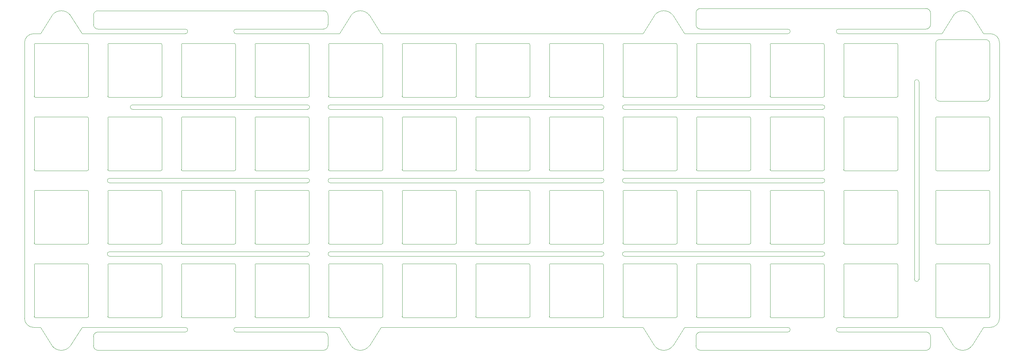
<source format=gbr>
G04 #@! TF.GenerationSoftware,KiCad,Pcbnew,(6.0.5-0)*
G04 #@! TF.CreationDate,2022-06-20T08:48:48-05:00*
G04 #@! TF.ProjectId,plate,706c6174-652e-46b6-9963-61645f706362,rev?*
G04 #@! TF.SameCoordinates,Original*
G04 #@! TF.FileFunction,Profile,NP*
%FSLAX46Y46*%
G04 Gerber Fmt 4.6, Leading zero omitted, Abs format (unit mm)*
G04 Created by KiCad (PCBNEW (6.0.5-0)) date 2022-06-20 08:48:48*
%MOMM*%
%LPD*%
G01*
G04 APERTURE LIST*
G04 #@! TA.AperFunction,Profile*
%ADD10C,0.050000*%
G04 #@! TD*
G04 #@! TA.AperFunction,Profile*
%ADD11C,0.100000*%
G04 #@! TD*
G04 APERTURE END LIST*
D10*
X396479634Y-116681394D02*
G75*
G03*
X398860894Y-114300144I-34J2381294D01*
G01*
X396479634Y-116681404D02*
X394693747Y-116681516D01*
X398860844Y-42862716D02*
G75*
G03*
X396479634Y-40481456I-2381244J16D01*
G01*
X396479634Y-40481456D02*
X394693747Y-40481452D01*
X306587423Y-40481452D02*
X238721741Y-40481452D01*
X150615417Y-40481452D02*
X148829842Y-40481468D01*
X148829842Y-116681404D02*
X150615417Y-116681404D01*
X238721741Y-116681535D02*
X306587423Y-116681516D01*
X146448582Y-42862728D02*
X146448582Y-114300156D01*
X148829842Y-40481482D02*
G75*
G03*
X146448582Y-42862728I-42J-2381218D01*
G01*
X357187739Y-116681348D02*
X383978113Y-116681516D01*
X230981444Y-121443852D02*
G75*
G03*
X235743948Y-121443852I2381252J1785939D01*
G01*
X320278343Y-38100031D02*
G75*
G03*
X321469021Y-39290657I1190657J31D01*
G01*
X353020609Y-58935987D02*
X301823713Y-58935987D01*
X379809693Y-122634519D02*
G75*
G03*
X381000319Y-121443851I7J1190619D01*
G01*
X320278423Y-121443851D02*
G75*
G03*
X321469021Y-122634477I1190577J-49D01*
G01*
X164306423Y-121443851D02*
G75*
G03*
X165497015Y-122634477I1190577J-49D01*
G01*
X357187739Y-116681426D02*
G75*
G03*
X357187739Y-117871974I161J-595274D01*
G01*
X158353258Y-35718780D02*
X161331051Y-40481452D01*
X376833129Y-104179775D02*
G75*
G03*
X378023755Y-104179775I595313J0D01*
G01*
X357187739Y-117871974D02*
X379809693Y-117871975D01*
X219670497Y-60126613D02*
G75*
G03*
X219670497Y-58935987I3J595313D01*
G01*
X225623658Y-97035955D02*
G75*
G03*
X225623658Y-98226645I-58J-595345D01*
G01*
X223837687Y-39290613D02*
G75*
G03*
X225028313Y-38100031I13J1190613D01*
G01*
X230981444Y-121443852D02*
X228006107Y-116681535D01*
X386953450Y-121443852D02*
G75*
G03*
X391715954Y-121443852I2381252J1785939D01*
G01*
X228006107Y-40481452D02*
X201215873Y-40481291D01*
X383978113Y-40481452D02*
X357187800Y-40481284D01*
X146448584Y-114300156D02*
G75*
G03*
X148829842Y-116681416I2381216J-44D01*
G01*
X357187800Y-39290658D02*
X379809693Y-39290657D01*
X295870531Y-79176645D02*
X225623658Y-79176645D01*
X321469021Y-117871995D02*
G75*
G03*
X320278395Y-119062601I-21J-1190605D01*
G01*
X353020657Y-77986003D02*
X301823713Y-77986019D01*
X344090841Y-39290680D02*
X321469021Y-39290657D01*
X168473579Y-97035955D02*
G75*
G03*
X168473579Y-98226645I21J-595345D01*
G01*
X219670497Y-58935987D02*
X174426709Y-58935987D01*
X353020657Y-79176597D02*
G75*
G03*
X353020657Y-77986003I-57J595297D01*
G01*
X314325264Y-35718780D02*
G75*
G03*
X309562760Y-35718780I-2381252J-1785939D01*
G01*
X391715954Y-35718780D02*
X394693747Y-40481452D01*
X161331051Y-116681404D02*
X188118908Y-116681397D01*
X225028345Y-35718781D02*
G75*
G03*
X223837687Y-34528155I-1190645J-19D01*
G01*
X301823713Y-97036123D02*
G75*
G03*
X301823713Y-98226677I-13J-595277D01*
G01*
X309562760Y-35718780D02*
X306587423Y-40481452D01*
X295870531Y-60126613D02*
G75*
G03*
X295870531Y-58935987I69J595313D01*
G01*
X168473579Y-98226645D02*
X219670476Y-98226677D01*
X378023755Y-52982857D02*
G75*
G03*
X376833129Y-52982857I-595313J0D01*
G01*
X201215915Y-116681138D02*
G75*
G03*
X201215915Y-117871862I-115J-595362D01*
G01*
X344090811Y-117872052D02*
G75*
G03*
X344090811Y-116681348I89J595352D01*
G01*
X309562760Y-121443852D02*
G75*
G03*
X314325264Y-121443852I2381252J1785939D01*
G01*
X174426709Y-60126613D02*
X219670497Y-60126613D01*
X188118908Y-117872003D02*
G75*
G03*
X188118908Y-116681397I-8J595303D01*
G01*
X235743948Y-35718780D02*
G75*
G03*
X230981444Y-35718780I-2381252J-1785939D01*
G01*
X188118945Y-40481620D02*
X161331051Y-40481452D01*
X378023755Y-104179775D02*
X378023755Y-52982857D01*
X225028313Y-35718781D02*
X225028313Y-38100031D01*
X153590754Y-121443852D02*
G75*
G03*
X158353258Y-121443852I2381252J1785939D01*
G01*
X301823713Y-60126613D02*
X353020609Y-60126613D01*
X344090841Y-40481320D02*
G75*
G03*
X344090841Y-39290680I59J595320D01*
G01*
X317303057Y-116681516D02*
X344090811Y-116681348D01*
X230981444Y-35718780D02*
X228006107Y-40481452D01*
X301823713Y-79176645D02*
X353020657Y-79176629D01*
X398860894Y-114300144D02*
X398860894Y-42862716D01*
X314325264Y-35718780D02*
X317303057Y-40481452D01*
X168473619Y-77985971D02*
G75*
G03*
X168473619Y-79176629I-19J-595329D01*
G01*
X219670476Y-77986019D02*
X168473619Y-77986003D01*
X301823713Y-98226677D02*
X353020609Y-98226645D01*
X381000320Y-121443852D02*
X381003280Y-119062600D01*
X201215915Y-117871862D02*
X223837687Y-117871975D01*
X225028325Y-119062601D02*
G75*
G03*
X223837687Y-117871975I-1190625J1D01*
G01*
X158353258Y-35718780D02*
G75*
G03*
X153590754Y-35718780I-2381252J-1785939D01*
G01*
X158353258Y-121443852D02*
X161331051Y-116681404D01*
X357187800Y-39290687D02*
G75*
G03*
X356592487Y-39885971I0J-595313D01*
G01*
X165497015Y-34528155D02*
X223837687Y-34528155D01*
X301823713Y-58935987D02*
G75*
G03*
X301823713Y-60126613I-13J-595313D01*
G01*
X225623658Y-77985955D02*
G75*
G03*
X225623658Y-79176645I-58J-595345D01*
G01*
X201215873Y-39290665D02*
X223837687Y-39290657D01*
X321469021Y-33932841D02*
X379809694Y-33932840D01*
X219670476Y-79176581D02*
G75*
G03*
X219670476Y-77986019I24J595281D01*
G01*
X164306389Y-35718781D02*
X164306389Y-38100031D01*
X295870531Y-98226749D02*
G75*
G03*
X295870531Y-97036051I-31J595349D01*
G01*
X309562760Y-121443852D02*
X306587423Y-116681516D01*
X295870531Y-98226677D02*
X225623658Y-98226645D01*
X219670476Y-97036051D02*
X168473579Y-97036019D01*
X386953450Y-121443852D02*
X383978113Y-116681516D01*
X381000320Y-35123467D02*
X381000318Y-38100031D01*
X320278395Y-119062601D02*
X320278395Y-121443851D01*
X391715954Y-35718780D02*
G75*
G03*
X386953450Y-35718780I-2381252J-1785939D01*
G01*
X353020618Y-98226581D02*
G75*
G03*
X353020618Y-97036019I-18J595281D01*
G01*
X295870531Y-97036051D02*
X225623658Y-97036019D01*
X153590754Y-121443852D02*
X150615417Y-116681404D01*
X353020609Y-60126613D02*
G75*
G03*
X353020609Y-58935987I-9J595313D01*
G01*
X235743948Y-121443852D02*
X238721741Y-116681535D01*
X353020609Y-97036019D02*
X301823713Y-97036051D01*
X301823713Y-77985955D02*
G75*
G03*
X301823713Y-79176645I-13J-595345D01*
G01*
X376833129Y-52982857D02*
X376833129Y-104179775D01*
X164306343Y-38100031D02*
G75*
G03*
X165497015Y-39290657I1190657J31D01*
G01*
X188118945Y-39290994D02*
X165497015Y-39290657D01*
X174426709Y-58935987D02*
G75*
G03*
X174426709Y-60126613I-9J-595313D01*
G01*
X321469021Y-33932895D02*
G75*
G03*
X320278395Y-35123467I-21J-1190605D01*
G01*
X295870531Y-60126613D02*
X225623658Y-60126613D01*
X188118945Y-40481606D02*
G75*
G03*
X188118945Y-39290994I-45J595306D01*
G01*
X391715954Y-121443852D02*
X394693747Y-116681516D01*
X165497015Y-34528189D02*
G75*
G03*
X164306389Y-35718781I-15J-1190611D01*
G01*
X381000359Y-35123467D02*
G75*
G03*
X379809694Y-33932841I-1190659J-33D01*
G01*
X225028313Y-121443851D02*
X225028313Y-119062601D01*
X295870531Y-79176581D02*
G75*
G03*
X295870531Y-77986019I-31J595281D01*
G01*
X386953450Y-35718780D02*
X383978113Y-40481452D01*
X165497015Y-117871989D02*
G75*
G03*
X164306389Y-119062601I-15J-1190611D01*
G01*
X225623658Y-58935987D02*
G75*
G03*
X225623658Y-60126613I-58J-595313D01*
G01*
X344090811Y-117871974D02*
X321469021Y-117871975D01*
X223837687Y-122634513D02*
G75*
G03*
X225028313Y-121443851I13J1190613D01*
G01*
X344090841Y-40481306D02*
X317303057Y-40481452D01*
X201215873Y-39290709D02*
G75*
G03*
X201215873Y-40481291I-73J-595291D01*
G01*
X165497015Y-122634477D02*
X223837687Y-122634477D01*
X295870531Y-58935987D02*
X225623658Y-58935987D01*
X320278395Y-35123467D02*
X320278395Y-38100031D01*
X153590754Y-35718780D02*
X150615417Y-40481452D01*
X295870531Y-77986019D02*
X225623658Y-77986019D01*
X381000325Y-119062601D02*
G75*
G03*
X379809693Y-117871975I-1190625J1D01*
G01*
X379809692Y-39290618D02*
G75*
G03*
X381000318Y-38100031I8J1190618D01*
G01*
X164306389Y-119062601D02*
X164306389Y-121443851D01*
X314325264Y-121443852D02*
X317303057Y-116681516D01*
X219670476Y-98226749D02*
G75*
G03*
X219670476Y-97036051I24J595349D01*
G01*
X188118908Y-117872023D02*
X165497015Y-117871975D01*
X201215915Y-116681236D02*
X228006107Y-116681404D01*
X168473619Y-79176629D02*
X219670476Y-79176645D01*
X356592516Y-39885971D02*
G75*
G03*
X357187800Y-40481284I595284J-29D01*
G01*
X379809693Y-122634477D02*
X321469021Y-122634477D01*
X235743948Y-35718780D02*
X238721741Y-40481452D01*
D11*
X382336010Y-57006460D02*
X382336010Y-43006460D01*
X396336009Y-56531460D02*
X396336009Y-56531460D01*
X383336010Y-58006460D02*
X395336010Y-58006460D01*
X396336010Y-57006460D02*
X396336010Y-43006460D01*
X395336010Y-42006460D02*
X383336010Y-42006460D01*
X395336010Y-58006460D02*
G75*
G03*
X396336010Y-57006460I1J999999D01*
G01*
X396336010Y-43006460D02*
G75*
G03*
X395336010Y-42006460I-999999J1D01*
G01*
X383336010Y-42006460D02*
G75*
G03*
X382336010Y-43006460I0J-1000000D01*
G01*
X382336010Y-57006460D02*
G75*
G03*
X383336010Y-58006460I1000000J0D01*
G01*
X396036010Y-114156700D02*
X382636010Y-114156700D01*
X396036010Y-100156700D02*
X382636010Y-100156700D01*
X382336010Y-113856700D02*
X382336010Y-100456700D01*
X396336010Y-113856700D02*
X396336010Y-100456700D01*
X396036010Y-114156700D02*
G75*
G03*
X396336010Y-113856700I0J300000D01*
G01*
X396336010Y-100456700D02*
G75*
G03*
X396036010Y-100156700I-300000J0D01*
G01*
X382636010Y-100156700D02*
G75*
G03*
X382336010Y-100456700I0J-300000D01*
G01*
X382336010Y-113856700D02*
G75*
G03*
X382636010Y-114156700I300000J0D01*
G01*
X396035890Y-95106428D02*
X382635890Y-95106428D01*
X396035890Y-81106428D02*
X382635890Y-81106428D01*
X382335890Y-94806428D02*
X382335890Y-81406428D01*
X396335890Y-94806428D02*
X396335890Y-81406428D01*
X396035890Y-95106428D02*
G75*
G03*
X396335890Y-94806428I0J300000D01*
G01*
X396335890Y-81406428D02*
G75*
G03*
X396035890Y-81106428I-300000J0D01*
G01*
X382635890Y-81106428D02*
G75*
G03*
X382335890Y-81406428I0J-300000D01*
G01*
X382335890Y-94806428D02*
G75*
G03*
X382635890Y-95106428I300000J0D01*
G01*
X396035890Y-76056444D02*
X382635890Y-76056444D01*
X396035890Y-62056444D02*
X382635890Y-62056444D01*
X382335890Y-75756444D02*
X382335890Y-62356444D01*
X396335890Y-75756444D02*
X396335890Y-62356444D01*
X396035890Y-76056444D02*
G75*
G03*
X396335890Y-75756444I0J300000D01*
G01*
X396335890Y-62356444D02*
G75*
G03*
X396035890Y-62056444I-300000J0D01*
G01*
X382635890Y-62056444D02*
G75*
G03*
X382335890Y-62356444I0J-300000D01*
G01*
X382335890Y-75756444D02*
G75*
G03*
X382635890Y-76056444I300000J0D01*
G01*
X372223410Y-114156700D02*
X358823410Y-114156700D01*
X372223410Y-100156700D02*
X358823410Y-100156700D01*
X358523410Y-113856700D02*
X358523410Y-100456700D01*
X372523410Y-113856700D02*
X372523410Y-100456700D01*
X372223410Y-114156700D02*
G75*
G03*
X372523410Y-113856700I0J300000D01*
G01*
X372523410Y-100456700D02*
G75*
G03*
X372223410Y-100156700I-300000J0D01*
G01*
X358823410Y-100156700D02*
G75*
G03*
X358523410Y-100456700I0J-300000D01*
G01*
X358523410Y-113856700D02*
G75*
G03*
X358823410Y-114156700I300000J0D01*
G01*
X353173330Y-114160000D02*
X339773330Y-114160000D01*
X353173330Y-100160000D02*
X339773330Y-100160000D01*
X339473330Y-113860000D02*
X339473330Y-100460000D01*
X353473330Y-113860000D02*
X353473330Y-100460000D01*
X353173330Y-114160000D02*
G75*
G03*
X353473330Y-113860000I0J300000D01*
G01*
X353473330Y-100460000D02*
G75*
G03*
X353173330Y-100160000I-300000J0D01*
G01*
X339773330Y-100160000D02*
G75*
G03*
X339473330Y-100460000I0J-300000D01*
G01*
X339473330Y-113860000D02*
G75*
G03*
X339773330Y-114160000I300000J0D01*
G01*
X334123250Y-114156700D02*
X320723250Y-114156700D01*
X334123250Y-100156700D02*
X320723250Y-100156700D01*
X320423250Y-113856700D02*
X320423250Y-100456700D01*
X334423250Y-113856700D02*
X334423250Y-100456700D01*
X334123250Y-114156700D02*
G75*
G03*
X334423250Y-113856700I0J300000D01*
G01*
X334423250Y-100456700D02*
G75*
G03*
X334123250Y-100156700I-300000J0D01*
G01*
X320723250Y-100156700D02*
G75*
G03*
X320423250Y-100456700I0J-300000D01*
G01*
X320423250Y-113856700D02*
G75*
G03*
X320723250Y-114156700I300000J0D01*
G01*
X315073170Y-114156700D02*
X301673170Y-114156700D01*
X315073170Y-100156700D02*
X301673170Y-100156700D01*
X301373170Y-113856700D02*
X301373170Y-100456700D01*
X315373170Y-113856700D02*
X315373170Y-100456700D01*
X315073170Y-114156700D02*
G75*
G03*
X315373170Y-113856700I0J300000D01*
G01*
X315373170Y-100456700D02*
G75*
G03*
X315073170Y-100156700I-300000J0D01*
G01*
X301673170Y-100156700D02*
G75*
G03*
X301373170Y-100456700I0J-300000D01*
G01*
X301373170Y-113856700D02*
G75*
G03*
X301673170Y-114156700I300000J0D01*
G01*
X296023090Y-114156700D02*
X282623090Y-114156700D01*
X296023090Y-100156700D02*
X282623090Y-100156700D01*
X282323090Y-113856700D02*
X282323090Y-100456700D01*
X296323090Y-113856700D02*
X296323090Y-100456700D01*
X296023090Y-114156700D02*
G75*
G03*
X296323090Y-113856700I0J300000D01*
G01*
X296323090Y-100456700D02*
G75*
G03*
X296023090Y-100156700I-300000J0D01*
G01*
X282623090Y-100156700D02*
G75*
G03*
X282323090Y-100456700I0J-300000D01*
G01*
X282323090Y-113856700D02*
G75*
G03*
X282623090Y-114156700I300000J0D01*
G01*
X276973010Y-114156700D02*
X263573010Y-114156700D01*
X276973010Y-100156700D02*
X263573010Y-100156700D01*
X263273010Y-113856700D02*
X263273010Y-100456700D01*
X277273010Y-113856700D02*
X277273010Y-100456700D01*
X276973010Y-114156700D02*
G75*
G03*
X277273010Y-113856700I0J300000D01*
G01*
X277273010Y-100456700D02*
G75*
G03*
X276973010Y-100156700I-300000J0D01*
G01*
X263573010Y-100156700D02*
G75*
G03*
X263273010Y-100456700I0J-300000D01*
G01*
X263273010Y-113856700D02*
G75*
G03*
X263573010Y-114156700I300000J0D01*
G01*
X257922930Y-114156700D02*
X244522930Y-114156700D01*
X257922930Y-100156700D02*
X244522930Y-100156700D01*
X244222930Y-113856700D02*
X244222930Y-100456700D01*
X258222930Y-113856700D02*
X258222930Y-100456700D01*
X257922930Y-114156700D02*
G75*
G03*
X258222930Y-113856700I0J300000D01*
G01*
X258222930Y-100456700D02*
G75*
G03*
X257922930Y-100156700I-300000J0D01*
G01*
X244522930Y-100156700D02*
G75*
G03*
X244222930Y-100456700I0J-300000D01*
G01*
X244222930Y-113856700D02*
G75*
G03*
X244522930Y-114156700I300000J0D01*
G01*
X238872850Y-114156700D02*
X225472850Y-114156700D01*
X238872850Y-100156700D02*
X225472850Y-100156700D01*
X225172850Y-113856700D02*
X225172850Y-100456700D01*
X239172850Y-113856700D02*
X239172850Y-100456700D01*
X238872850Y-114156700D02*
G75*
G03*
X239172850Y-113856700I0J300000D01*
G01*
X239172850Y-100456700D02*
G75*
G03*
X238872850Y-100156700I-300000J0D01*
G01*
X225472850Y-100156700D02*
G75*
G03*
X225172850Y-100456700I0J-300000D01*
G01*
X225172850Y-113856700D02*
G75*
G03*
X225472850Y-114156700I300000J0D01*
G01*
X219822770Y-114156700D02*
X206422770Y-114156700D01*
X219822770Y-100156700D02*
X206422770Y-100156700D01*
X206122770Y-113856700D02*
X206122770Y-100456700D01*
X220122770Y-113856700D02*
X220122770Y-100456700D01*
X219822770Y-114156700D02*
G75*
G03*
X220122770Y-113856700I0J300000D01*
G01*
X220122770Y-100456700D02*
G75*
G03*
X219822770Y-100156700I-300000J0D01*
G01*
X206422770Y-100156700D02*
G75*
G03*
X206122770Y-100456700I0J-300000D01*
G01*
X206122770Y-113856700D02*
G75*
G03*
X206422770Y-114156700I300000J0D01*
G01*
X200772690Y-114156700D02*
X187372690Y-114156700D01*
X200772690Y-100156700D02*
X187372690Y-100156700D01*
X187072690Y-113856700D02*
X187072690Y-100456700D01*
X201072690Y-113856700D02*
X201072690Y-100456700D01*
X200772690Y-114156700D02*
G75*
G03*
X201072690Y-113856700I0J300000D01*
G01*
X201072690Y-100456700D02*
G75*
G03*
X200772690Y-100156700I-300000J0D01*
G01*
X187372690Y-100156700D02*
G75*
G03*
X187072690Y-100456700I0J-300000D01*
G01*
X187072690Y-113856700D02*
G75*
G03*
X187372690Y-114156700I300000J0D01*
G01*
X181722610Y-114156700D02*
X168322610Y-114156700D01*
X181722610Y-100156700D02*
X168322610Y-100156700D01*
X168022610Y-113856700D02*
X168022610Y-100456700D01*
X182022610Y-113856700D02*
X182022610Y-100456700D01*
X181722610Y-114156700D02*
G75*
G03*
X182022610Y-113856700I0J300000D01*
G01*
X182022610Y-100456700D02*
G75*
G03*
X181722610Y-100156700I-300000J0D01*
G01*
X168322610Y-100156700D02*
G75*
G03*
X168022610Y-100456700I0J-300000D01*
G01*
X168022610Y-113856700D02*
G75*
G03*
X168322610Y-114156700I300000J0D01*
G01*
X162672530Y-114156700D02*
X149272530Y-114156700D01*
X162672530Y-100156700D02*
X149272530Y-100156700D01*
X148972530Y-113856700D02*
X148972530Y-100456700D01*
X162972530Y-113856700D02*
X162972530Y-100456700D01*
X162672530Y-114156700D02*
G75*
G03*
X162972530Y-113856700I0J300000D01*
G01*
X162972530Y-100456700D02*
G75*
G03*
X162672530Y-100156700I-300000J0D01*
G01*
X149272530Y-100156700D02*
G75*
G03*
X148972530Y-100456700I0J-300000D01*
G01*
X148972530Y-113856700D02*
G75*
G03*
X149272530Y-114156700I300000J0D01*
G01*
X372223410Y-95106620D02*
X358823410Y-95106620D01*
X372223410Y-81106620D02*
X358823410Y-81106620D01*
X358523410Y-94806620D02*
X358523410Y-81406620D01*
X372523410Y-94806620D02*
X372523410Y-81406620D01*
X372223410Y-95106620D02*
G75*
G03*
X372523410Y-94806620I0J300000D01*
G01*
X372523410Y-81406620D02*
G75*
G03*
X372223410Y-81106620I-300000J0D01*
G01*
X358823410Y-81106620D02*
G75*
G03*
X358523410Y-81406620I0J-300000D01*
G01*
X358523410Y-94806620D02*
G75*
G03*
X358823410Y-95106620I300000J0D01*
G01*
X353173330Y-95106620D02*
X339773330Y-95106620D01*
X353173330Y-81106620D02*
X339773330Y-81106620D01*
X339473330Y-94806620D02*
X339473330Y-81406620D01*
X353473330Y-94806620D02*
X353473330Y-81406620D01*
X353173330Y-95106620D02*
G75*
G03*
X353473330Y-94806620I0J300000D01*
G01*
X353473330Y-81406620D02*
G75*
G03*
X353173330Y-81106620I-300000J0D01*
G01*
X339773330Y-81106620D02*
G75*
G03*
X339473330Y-81406620I0J-300000D01*
G01*
X339473330Y-94806620D02*
G75*
G03*
X339773330Y-95106620I300000J0D01*
G01*
X334123250Y-95106620D02*
X320723250Y-95106620D01*
X334123250Y-81106620D02*
X320723250Y-81106620D01*
X320423250Y-94806620D02*
X320423250Y-81406620D01*
X334423250Y-94806620D02*
X334423250Y-81406620D01*
X334123250Y-95106620D02*
G75*
G03*
X334423250Y-94806620I0J300000D01*
G01*
X334423250Y-81406620D02*
G75*
G03*
X334123250Y-81106620I-300000J0D01*
G01*
X320723250Y-81106620D02*
G75*
G03*
X320423250Y-81406620I0J-300000D01*
G01*
X320423250Y-94806620D02*
G75*
G03*
X320723250Y-95106620I300000J0D01*
G01*
X315073170Y-95106620D02*
X301673170Y-95106620D01*
X315073170Y-81106620D02*
X301673170Y-81106620D01*
X301373170Y-94806620D02*
X301373170Y-81406620D01*
X315373170Y-94806620D02*
X315373170Y-81406620D01*
X315073170Y-95106620D02*
G75*
G03*
X315373170Y-94806620I0J300000D01*
G01*
X315373170Y-81406620D02*
G75*
G03*
X315073170Y-81106620I-300000J0D01*
G01*
X301673170Y-81106620D02*
G75*
G03*
X301373170Y-81406620I0J-300000D01*
G01*
X301373170Y-94806620D02*
G75*
G03*
X301673170Y-95106620I300000J0D01*
G01*
X296023090Y-95106620D02*
X282623090Y-95106620D01*
X296023090Y-81106620D02*
X282623090Y-81106620D01*
X282323090Y-94806620D02*
X282323090Y-81406620D01*
X296323090Y-94806620D02*
X296323090Y-81406620D01*
X296023090Y-95106620D02*
G75*
G03*
X296323090Y-94806620I0J300000D01*
G01*
X296323090Y-81406620D02*
G75*
G03*
X296023090Y-81106620I-300000J0D01*
G01*
X282623090Y-81106620D02*
G75*
G03*
X282323090Y-81406620I0J-300000D01*
G01*
X282323090Y-94806620D02*
G75*
G03*
X282623090Y-95106620I300000J0D01*
G01*
X276973010Y-95106620D02*
X263573010Y-95106620D01*
X276973010Y-81106620D02*
X263573010Y-81106620D01*
X263273010Y-94806620D02*
X263273010Y-81406620D01*
X277273010Y-94806620D02*
X277273010Y-81406620D01*
X276973010Y-95106620D02*
G75*
G03*
X277273010Y-94806620I0J300000D01*
G01*
X277273010Y-81406620D02*
G75*
G03*
X276973010Y-81106620I-300000J0D01*
G01*
X263573010Y-81106620D02*
G75*
G03*
X263273010Y-81406620I0J-300000D01*
G01*
X263273010Y-94806620D02*
G75*
G03*
X263573010Y-95106620I300000J0D01*
G01*
X257922930Y-95106620D02*
X244522930Y-95106620D01*
X257922930Y-81106620D02*
X244522930Y-81106620D01*
X244222930Y-94806620D02*
X244222930Y-81406620D01*
X258222930Y-94806620D02*
X258222930Y-81406620D01*
X257922930Y-95106620D02*
G75*
G03*
X258222930Y-94806620I0J300000D01*
G01*
X258222930Y-81406620D02*
G75*
G03*
X257922930Y-81106620I-300000J0D01*
G01*
X244522930Y-81106620D02*
G75*
G03*
X244222930Y-81406620I0J-300000D01*
G01*
X244222930Y-94806620D02*
G75*
G03*
X244522930Y-95106620I300000J0D01*
G01*
X238872850Y-95106620D02*
X225472850Y-95106620D01*
X238872850Y-81106620D02*
X225472850Y-81106620D01*
X225172850Y-94806620D02*
X225172850Y-81406620D01*
X239172850Y-94806620D02*
X239172850Y-81406620D01*
X238872850Y-95106620D02*
G75*
G03*
X239172850Y-94806620I0J300000D01*
G01*
X239172850Y-81406620D02*
G75*
G03*
X238872850Y-81106620I-300000J0D01*
G01*
X225472850Y-81106620D02*
G75*
G03*
X225172850Y-81406620I0J-300000D01*
G01*
X225172850Y-94806620D02*
G75*
G03*
X225472850Y-95106620I300000J0D01*
G01*
X219822770Y-95106620D02*
X206422770Y-95106620D01*
X219822770Y-81106620D02*
X206422770Y-81106620D01*
X206122770Y-94806620D02*
X206122770Y-81406620D01*
X220122770Y-94806620D02*
X220122770Y-81406620D01*
X219822770Y-95106620D02*
G75*
G03*
X220122770Y-94806620I0J300000D01*
G01*
X220122770Y-81406620D02*
G75*
G03*
X219822770Y-81106620I-300000J0D01*
G01*
X206422770Y-81106620D02*
G75*
G03*
X206122770Y-81406620I0J-300000D01*
G01*
X206122770Y-94806620D02*
G75*
G03*
X206422770Y-95106620I300000J0D01*
G01*
X200772690Y-95106620D02*
X187372690Y-95106620D01*
X200772690Y-81106620D02*
X187372690Y-81106620D01*
X187072690Y-94806620D02*
X187072690Y-81406620D01*
X201072690Y-94806620D02*
X201072690Y-81406620D01*
X200772690Y-95106620D02*
G75*
G03*
X201072690Y-94806620I0J300000D01*
G01*
X201072690Y-81406620D02*
G75*
G03*
X200772690Y-81106620I-300000J0D01*
G01*
X187372690Y-81106620D02*
G75*
G03*
X187072690Y-81406620I0J-300000D01*
G01*
X187072690Y-94806620D02*
G75*
G03*
X187372690Y-95106620I300000J0D01*
G01*
X181722610Y-95106620D02*
X168322610Y-95106620D01*
X181722610Y-81106620D02*
X168322610Y-81106620D01*
X168022610Y-94806620D02*
X168022610Y-81406620D01*
X182022610Y-94806620D02*
X182022610Y-81406620D01*
X181722610Y-95106620D02*
G75*
G03*
X182022610Y-94806620I0J300000D01*
G01*
X182022610Y-81406620D02*
G75*
G03*
X181722610Y-81106620I-300000J0D01*
G01*
X168322610Y-81106620D02*
G75*
G03*
X168022610Y-81406620I0J-300000D01*
G01*
X168022610Y-94806620D02*
G75*
G03*
X168322610Y-95106620I300000J0D01*
G01*
X162672530Y-95106620D02*
X149272530Y-95106620D01*
X162672530Y-81106620D02*
X149272530Y-81106620D01*
X148972530Y-94806620D02*
X148972530Y-81406620D01*
X162972530Y-94806620D02*
X162972530Y-81406620D01*
X162672530Y-95106620D02*
G75*
G03*
X162972530Y-94806620I0J300000D01*
G01*
X162972530Y-81406620D02*
G75*
G03*
X162672530Y-81106620I-300000J0D01*
G01*
X149272530Y-81106620D02*
G75*
G03*
X148972530Y-81406620I0J-300000D01*
G01*
X148972530Y-94806620D02*
G75*
G03*
X149272530Y-95106620I300000J0D01*
G01*
X372223410Y-76056540D02*
X358823410Y-76056540D01*
X372223410Y-62056540D02*
X358823410Y-62056540D01*
X358523410Y-75756540D02*
X358523410Y-62356540D01*
X372523410Y-75756540D02*
X372523410Y-62356540D01*
X372223410Y-76056540D02*
G75*
G03*
X372523410Y-75756540I0J300000D01*
G01*
X372523410Y-62356540D02*
G75*
G03*
X372223410Y-62056540I-300000J0D01*
G01*
X358823410Y-62056540D02*
G75*
G03*
X358523410Y-62356540I0J-300000D01*
G01*
X358523410Y-75756540D02*
G75*
G03*
X358823410Y-76056540I300000J0D01*
G01*
X353173330Y-76056540D02*
X339773330Y-76056540D01*
X353173330Y-62056540D02*
X339773330Y-62056540D01*
X339473330Y-75756540D02*
X339473330Y-62356540D01*
X353473330Y-75756540D02*
X353473330Y-62356540D01*
X353173330Y-76056540D02*
G75*
G03*
X353473330Y-75756540I0J300000D01*
G01*
X353473330Y-62356540D02*
G75*
G03*
X353173330Y-62056540I-300000J0D01*
G01*
X339773330Y-62056540D02*
G75*
G03*
X339473330Y-62356540I0J-300000D01*
G01*
X339473330Y-75756540D02*
G75*
G03*
X339773330Y-76056540I300000J0D01*
G01*
X334123250Y-76056540D02*
X320723250Y-76056540D01*
X334123250Y-62056540D02*
X320723250Y-62056540D01*
X320423250Y-75756540D02*
X320423250Y-62356540D01*
X334423250Y-75756540D02*
X334423250Y-62356540D01*
X334123250Y-76056540D02*
G75*
G03*
X334423250Y-75756540I0J300000D01*
G01*
X334423250Y-62356540D02*
G75*
G03*
X334123250Y-62056540I-300000J0D01*
G01*
X320723250Y-62056540D02*
G75*
G03*
X320423250Y-62356540I0J-300000D01*
G01*
X320423250Y-75756540D02*
G75*
G03*
X320723250Y-76056540I300000J0D01*
G01*
X315073170Y-76056540D02*
X301673170Y-76056540D01*
X315073170Y-62056540D02*
X301673170Y-62056540D01*
X301373170Y-75756540D02*
X301373170Y-62356540D01*
X315373170Y-75756540D02*
X315373170Y-62356540D01*
X315073170Y-76056540D02*
G75*
G03*
X315373170Y-75756540I0J300000D01*
G01*
X315373170Y-62356540D02*
G75*
G03*
X315073170Y-62056540I-300000J0D01*
G01*
X301673170Y-62056540D02*
G75*
G03*
X301373170Y-62356540I0J-300000D01*
G01*
X301373170Y-75756540D02*
G75*
G03*
X301673170Y-76056540I300000J0D01*
G01*
X296023090Y-76056540D02*
X282623090Y-76056540D01*
X296023090Y-62056540D02*
X282623090Y-62056540D01*
X282323090Y-75756540D02*
X282323090Y-62356540D01*
X296323090Y-75756540D02*
X296323090Y-62356540D01*
X296023090Y-76056540D02*
G75*
G03*
X296323090Y-75756540I0J300000D01*
G01*
X296323090Y-62356540D02*
G75*
G03*
X296023090Y-62056540I-300000J0D01*
G01*
X282623090Y-62056540D02*
G75*
G03*
X282323090Y-62356540I0J-300000D01*
G01*
X282323090Y-75756540D02*
G75*
G03*
X282623090Y-76056540I300000J0D01*
G01*
X276973010Y-76056540D02*
X263573010Y-76056540D01*
X276973010Y-62056540D02*
X263573010Y-62056540D01*
X263273010Y-75756540D02*
X263273010Y-62356540D01*
X277273010Y-75756540D02*
X277273010Y-62356540D01*
X276973010Y-76056540D02*
G75*
G03*
X277273010Y-75756540I0J300000D01*
G01*
X277273010Y-62356540D02*
G75*
G03*
X276973010Y-62056540I-300000J0D01*
G01*
X263573010Y-62056540D02*
G75*
G03*
X263273010Y-62356540I0J-300000D01*
G01*
X263273010Y-75756540D02*
G75*
G03*
X263573010Y-76056540I300000J0D01*
G01*
X257922930Y-76056540D02*
X244522930Y-76056540D01*
X257922930Y-62056540D02*
X244522930Y-62056540D01*
X244222930Y-75756540D02*
X244222930Y-62356540D01*
X258222930Y-75756540D02*
X258222930Y-62356540D01*
X257922930Y-76056540D02*
G75*
G03*
X258222930Y-75756540I0J300000D01*
G01*
X258222930Y-62356540D02*
G75*
G03*
X257922930Y-62056540I-300000J0D01*
G01*
X244522930Y-62056540D02*
G75*
G03*
X244222930Y-62356540I0J-300000D01*
G01*
X244222930Y-75756540D02*
G75*
G03*
X244522930Y-76056540I300000J0D01*
G01*
X238872850Y-76056540D02*
X225472850Y-76056540D01*
X238872850Y-62056540D02*
X225472850Y-62056540D01*
X225172850Y-75756540D02*
X225172850Y-62356540D01*
X239172850Y-75756540D02*
X239172850Y-62356540D01*
X238872850Y-76056540D02*
G75*
G03*
X239172850Y-75756540I0J300000D01*
G01*
X239172850Y-62356540D02*
G75*
G03*
X238872850Y-62056540I-300000J0D01*
G01*
X225472850Y-62056540D02*
G75*
G03*
X225172850Y-62356540I0J-300000D01*
G01*
X225172850Y-75756540D02*
G75*
G03*
X225472850Y-76056540I300000J0D01*
G01*
X219822770Y-76056540D02*
X206422770Y-76056540D01*
X219822770Y-62056540D02*
X206422770Y-62056540D01*
X206122770Y-75756540D02*
X206122770Y-62356540D01*
X220122770Y-75756540D02*
X220122770Y-62356540D01*
X219822770Y-76056540D02*
G75*
G03*
X220122770Y-75756540I0J300000D01*
G01*
X220122770Y-62356540D02*
G75*
G03*
X219822770Y-62056540I-300000J0D01*
G01*
X206422770Y-62056540D02*
G75*
G03*
X206122770Y-62356540I0J-300000D01*
G01*
X206122770Y-75756540D02*
G75*
G03*
X206422770Y-76056540I300000J0D01*
G01*
X200772690Y-76056540D02*
X187372690Y-76056540D01*
X200772690Y-62056540D02*
X187372690Y-62056540D01*
X187072690Y-75756540D02*
X187072690Y-62356540D01*
X201072690Y-75756540D02*
X201072690Y-62356540D01*
X200772690Y-76056540D02*
G75*
G03*
X201072690Y-75756540I0J300000D01*
G01*
X201072690Y-62356540D02*
G75*
G03*
X200772690Y-62056540I-300000J0D01*
G01*
X187372690Y-62056540D02*
G75*
G03*
X187072690Y-62356540I0J-300000D01*
G01*
X187072690Y-75756540D02*
G75*
G03*
X187372690Y-76056540I300000J0D01*
G01*
X181722610Y-76056540D02*
X168322610Y-76056540D01*
X181722610Y-62056540D02*
X168322610Y-62056540D01*
X168022610Y-75756540D02*
X168022610Y-62356540D01*
X182022610Y-75756540D02*
X182022610Y-62356540D01*
X181722610Y-76056540D02*
G75*
G03*
X182022610Y-75756540I0J300000D01*
G01*
X182022610Y-62356540D02*
G75*
G03*
X181722610Y-62056540I-300000J0D01*
G01*
X168322610Y-62056540D02*
G75*
G03*
X168022610Y-62356540I0J-300000D01*
G01*
X168022610Y-75756540D02*
G75*
G03*
X168322610Y-76056540I300000J0D01*
G01*
X162672530Y-76056540D02*
X149272530Y-76056540D01*
X162672530Y-62056540D02*
X149272530Y-62056540D01*
X148972530Y-75756540D02*
X148972530Y-62356540D01*
X162972530Y-75756540D02*
X162972530Y-62356540D01*
X162672530Y-76056540D02*
G75*
G03*
X162972530Y-75756540I0J300000D01*
G01*
X162972530Y-62356540D02*
G75*
G03*
X162672530Y-62056540I-300000J0D01*
G01*
X149272530Y-62056540D02*
G75*
G03*
X148972530Y-62356540I0J-300000D01*
G01*
X148972530Y-75756540D02*
G75*
G03*
X149272530Y-76056540I300000J0D01*
G01*
X372223410Y-57006460D02*
X358823410Y-57006460D01*
X372223410Y-43006460D02*
X358823410Y-43006460D01*
X358523410Y-56706460D02*
X358523410Y-43306460D01*
X372523410Y-56706460D02*
X372523410Y-43306460D01*
X372223410Y-57006460D02*
G75*
G03*
X372523410Y-56706460I0J300000D01*
G01*
X372523410Y-43306460D02*
G75*
G03*
X372223410Y-43006460I-300000J0D01*
G01*
X358823410Y-43006460D02*
G75*
G03*
X358523410Y-43306460I0J-300000D01*
G01*
X358523410Y-56706460D02*
G75*
G03*
X358823410Y-57006460I300000J0D01*
G01*
X353173330Y-57006460D02*
X339773330Y-57006460D01*
X353173330Y-43006460D02*
X339773330Y-43006460D01*
X339473330Y-56706460D02*
X339473330Y-43306460D01*
X353473330Y-56706460D02*
X353473330Y-43306460D01*
X353173330Y-57006460D02*
G75*
G03*
X353473330Y-56706460I0J300000D01*
G01*
X353473330Y-43306460D02*
G75*
G03*
X353173330Y-43006460I-300000J0D01*
G01*
X339773330Y-43006460D02*
G75*
G03*
X339473330Y-43306460I0J-300000D01*
G01*
X339473330Y-56706460D02*
G75*
G03*
X339773330Y-57006460I300000J0D01*
G01*
X334123250Y-57006460D02*
X320723250Y-57006460D01*
X334123250Y-43006460D02*
X320723250Y-43006460D01*
X320423250Y-56706460D02*
X320423250Y-43306460D01*
X334423250Y-56706460D02*
X334423250Y-43306460D01*
X334123250Y-57006460D02*
G75*
G03*
X334423250Y-56706460I0J300000D01*
G01*
X334423250Y-43306460D02*
G75*
G03*
X334123250Y-43006460I-300000J0D01*
G01*
X320723250Y-43006460D02*
G75*
G03*
X320423250Y-43306460I0J-300000D01*
G01*
X320423250Y-56706460D02*
G75*
G03*
X320723250Y-57006460I300000J0D01*
G01*
X315073362Y-57006460D02*
X301673362Y-57006460D01*
X315073362Y-43006460D02*
X301673362Y-43006460D01*
X301373362Y-56706460D02*
X301373362Y-43306460D01*
X315373362Y-56706460D02*
X315373362Y-43306460D01*
X315073362Y-57006460D02*
G75*
G03*
X315373362Y-56706460I0J300000D01*
G01*
X315373362Y-43306460D02*
G75*
G03*
X315073362Y-43006460I-300000J0D01*
G01*
X301673362Y-43006460D02*
G75*
G03*
X301373362Y-43306460I0J-300000D01*
G01*
X301373362Y-56706460D02*
G75*
G03*
X301673362Y-57006460I300000J0D01*
G01*
X296023346Y-57006460D02*
X282623346Y-57006460D01*
X296023346Y-43006460D02*
X282623346Y-43006460D01*
X282323346Y-56706460D02*
X282323346Y-43306460D01*
X296323346Y-56706460D02*
X296323346Y-43306460D01*
X296023346Y-57006460D02*
G75*
G03*
X296323346Y-56706460I0J300000D01*
G01*
X296323346Y-43306460D02*
G75*
G03*
X296023346Y-43006460I-300000J0D01*
G01*
X282623346Y-43006460D02*
G75*
G03*
X282323346Y-43306460I0J-300000D01*
G01*
X282323346Y-56706460D02*
G75*
G03*
X282623346Y-57006460I300000J0D01*
G01*
X276973330Y-57006460D02*
X263573330Y-57006460D01*
X276973330Y-43006460D02*
X263573330Y-43006460D01*
X263273330Y-56706460D02*
X263273330Y-43306460D01*
X277273330Y-56706460D02*
X277273330Y-43306460D01*
X276973330Y-57006460D02*
G75*
G03*
X277273330Y-56706460I0J300000D01*
G01*
X277273330Y-43306460D02*
G75*
G03*
X276973330Y-43006460I-300000J0D01*
G01*
X263573330Y-43006460D02*
G75*
G03*
X263273330Y-43306460I0J-300000D01*
G01*
X263273330Y-56706460D02*
G75*
G03*
X263573330Y-57006460I300000J0D01*
G01*
X257923314Y-57006460D02*
X244523314Y-57006460D01*
X257923314Y-43006460D02*
X244523314Y-43006460D01*
X244223314Y-56706460D02*
X244223314Y-43306460D01*
X258223314Y-56706460D02*
X258223314Y-43306460D01*
X257923314Y-57006460D02*
G75*
G03*
X258223314Y-56706460I0J300000D01*
G01*
X258223314Y-43306460D02*
G75*
G03*
X257923314Y-43006460I-300000J0D01*
G01*
X244523314Y-43006460D02*
G75*
G03*
X244223314Y-43306460I0J-300000D01*
G01*
X244223314Y-56706460D02*
G75*
G03*
X244523314Y-57006460I300000J0D01*
G01*
X238872850Y-57006460D02*
X225472850Y-57006460D01*
X238872850Y-43006460D02*
X225472850Y-43006460D01*
X225172850Y-56706460D02*
X225172850Y-43306460D01*
X239172850Y-56706460D02*
X239172850Y-43306460D01*
X238872850Y-57006460D02*
G75*
G03*
X239172850Y-56706460I0J300000D01*
G01*
X239172850Y-43306460D02*
G75*
G03*
X238872850Y-43006460I-300000J0D01*
G01*
X225472850Y-43006460D02*
G75*
G03*
X225172850Y-43306460I0J-300000D01*
G01*
X225172850Y-56706460D02*
G75*
G03*
X225472850Y-57006460I300000J0D01*
G01*
X219822770Y-57006460D02*
X206422770Y-57006460D01*
X219822770Y-43006460D02*
X206422770Y-43006460D01*
X206122770Y-56706460D02*
X206122770Y-43306460D01*
X220122770Y-56706460D02*
X220122770Y-43306460D01*
X219822770Y-57006460D02*
G75*
G03*
X220122770Y-56706460I0J300000D01*
G01*
X220122770Y-43306460D02*
G75*
G03*
X219822770Y-43006460I-300000J0D01*
G01*
X206422770Y-43006460D02*
G75*
G03*
X206122770Y-43306460I0J-300000D01*
G01*
X206122770Y-56706460D02*
G75*
G03*
X206422770Y-57006460I300000J0D01*
G01*
X200772690Y-57006460D02*
X187372690Y-57006460D01*
X200772690Y-43006460D02*
X187372690Y-43006460D01*
X187072690Y-56706460D02*
X187072690Y-43306460D01*
X201072690Y-56706460D02*
X201072690Y-43306460D01*
X200772690Y-57006460D02*
G75*
G03*
X201072690Y-56706460I0J300000D01*
G01*
X201072690Y-43306460D02*
G75*
G03*
X200772690Y-43006460I-300000J0D01*
G01*
X187372690Y-43006460D02*
G75*
G03*
X187072690Y-43306460I0J-300000D01*
G01*
X187072690Y-56706460D02*
G75*
G03*
X187372690Y-57006460I300000J0D01*
G01*
X181722610Y-57006460D02*
X168322610Y-57006460D01*
X181722610Y-43006460D02*
X168322610Y-43006460D01*
X168022610Y-56706460D02*
X168022610Y-43306460D01*
X182022610Y-56706460D02*
X182022610Y-43306460D01*
X181722610Y-57006460D02*
G75*
G03*
X182022610Y-56706460I0J300000D01*
G01*
X182022610Y-43306460D02*
G75*
G03*
X181722610Y-43006460I-300000J0D01*
G01*
X168322610Y-43006460D02*
G75*
G03*
X168022610Y-43306460I0J-300000D01*
G01*
X168022610Y-56706460D02*
G75*
G03*
X168322610Y-57006460I300000J0D01*
G01*
X162672530Y-57006460D02*
X149272530Y-57006460D01*
X162672530Y-43006460D02*
X149272530Y-43006460D01*
X148972530Y-56706460D02*
X148972530Y-43306460D01*
X162972530Y-56706460D02*
X162972530Y-43306460D01*
X162672530Y-57006460D02*
G75*
G03*
X162972530Y-56706460I0J300000D01*
G01*
X162972530Y-43306460D02*
G75*
G03*
X162672530Y-43006460I-300000J0D01*
G01*
X149272530Y-43006460D02*
G75*
G03*
X148972530Y-43306460I0J-300000D01*
G01*
X148972530Y-56706460D02*
G75*
G03*
X149272530Y-57006460I300000J0D01*
G01*
M02*

</source>
